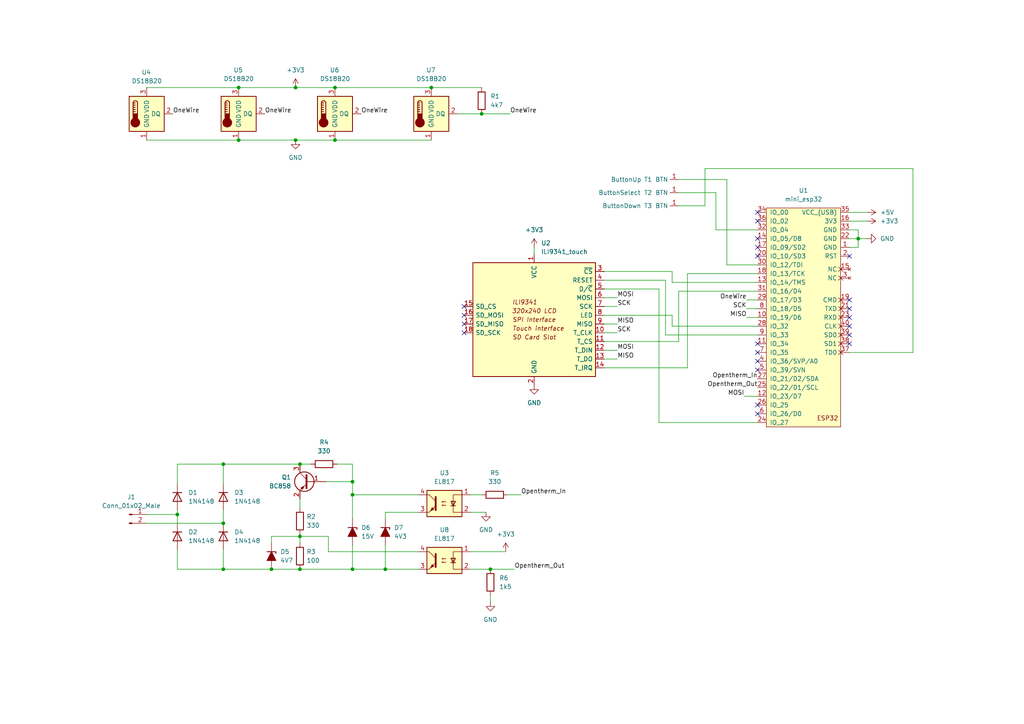
<source format=kicad_sch>
(kicad_sch (version 20211123) (generator eeschema)
  (paper "A4")
  (title_block (title "Thermostat cross connect PCB") (date "2022-01-05") (rev "V1") (comment 9 "HenkJan van der Pol"))
  (lib_symbols
    (symbol "Connector:Conn_01x02_Male" (pin_names (offset 1.016) hide)
      (property "Reference" "J" (at 0 2.54 0))
      (property "Value" "Conn_01x02_Male" (at 0 -5.08 0))
      (symbol "Conn_01x02_Male_1_1"
        (polyline (pts (xy 1.27 -2.54) (xy 0.8636 -2.54)) (stroke (width 0.1524)))
        (polyline (pts (xy 1.27 0) (xy 0.8636 0)) (stroke (width 0.1524)))
        (rectangle (start 0.8636 -2.413) (end 0 -2.667) (stroke (width 0.1524)) (fill (type outline)))
        (rectangle (start 0.8636 0.127) (end 0 -0.127) (stroke (width 0.1524)) (fill (type outline)))
        (pin passive line (at 5.08 0 180) (length 3.81) (name "Pin_1") (number "1"))
        (pin passive line (at 5.08 -2.54 180) (length 3.81) (name "Pin_2") (number "2"))
      )
    )
    (symbol "Device:D_Zener_Filled" (pin_numbers hide) (pin_names (offset 1.016) hide)
      (property "Reference" "D" (at 0 2.54 0))
      (property "Value" "D_Zener_Filled" (at 0 -2.54 0))
      (symbol "D_Zener_Filled_0_1"
        (polyline (pts (xy 1.27 0) (xy -1.27 0)))
        (polyline (pts (xy -1.27 -1.27) (xy -1.27 1.27) (xy -0.762 1.27)) (stroke (width 0.254)))
        (polyline (pts (xy 1.27 -1.27) (xy 1.27 1.27) (xy -1.27 0) (xy 1.27 -1.27)) (stroke (width 0.254)) (fill (type outline)))
      )
      (symbol "D_Zener_Filled_1_1"
        (pin passive line (at -3.81 0 0) (length 2.54) (name "K") (number "1"))
        (pin passive line (at 3.81 0 180) (length 2.54) (name "A") (number "2"))
      )
    )
    (symbol "Device:R" (pin_numbers hide) (pin_names (offset 0))
      (property "Reference" "R" (at 2.032 0 90))
      (property "Value" "R" (at 0 0 90))
      (symbol "R_0_1"
        (rectangle (start -1.016 -2.54) (end 1.016 2.54) (stroke (width 0.254)))
      )
      (symbol "R_1_1"
        (pin passive line (at 0 3.81 270) (length 1.27) (name "~") (number "1"))
        (pin passive line (at 0 -3.81 90) (length 1.27) (name "~") (number "2"))
      )
    )
    (symbol "Diode:1N4148" (pin_numbers hide) (pin_names (offset 1.016) hide)
      (property "Reference" "D" (at 0 2.54 0))
      (property "Value" "1N4148" (at 0 -2.54 0))
      (symbol "1N4148_0_1"
        (polyline (pts (xy -1.27 1.27) (xy -1.27 -1.27)) (stroke (width 0.254)))
        (polyline (pts (xy 1.27 0) (xy -1.27 0)))
        (polyline (pts (xy 1.27 1.27) (xy 1.27 -1.27) (xy -1.27 0) (xy 1.27 1.27)) (stroke (width 0.254)))
      )
      (symbol "1N4148_1_1"
        (pin passive line (at -3.81 0 0) (length 2.54) (name "K") (number "1"))
        (pin passive line (at 3.81 0 180) (length 2.54) (name "A") (number "2"))
      )
    )
    (symbol "ESP32_mini:mini_esp32" (pin_names (offset 1.016))
      (property "Reference" "U" (at -7.62 -50.8 0))
      (property "Value" "mini_esp32" (at 5.08 -59.69 0))
      (symbol "mini_esp32_0_0"
        (text "ESP32" (at 7.62 -62.23 0) (effects (font (size 1.27 1.27))))
        (pin power_in line (at 13.97 -12.7 180) (length 2.54) (name "GND") (number "1"))
        (pin input line (at 13.97 -15.24 180) (length 2.54) (name "RST") (number "2"))
        (pin no_connect non_logic (at 13.97 -21.59 180) (length 2.54) (name "NC") (number "3"))
        (pin bidirectional line (at -12.7 -45.72 0) (length 2.54) (name "IO_36/SVP/A0") (number "4"))
        (pin bidirectional line (at -12.7 -48.26 0) (length 2.54) (name "IO_39/SVN") (number "5"))
      )
      (symbol "mini_esp32_0_1"
        (rectangle (start -10.16 -1.27) (end 11.43 -64.77) (fill (type background)))
      )
      (symbol "mini_esp32_1_1"
        (pin bidirectional line (at -12.7 -33.02 0) (length 2.54) (name "IO_19/D6") (number "10"))
        (pin bidirectional line (at -12.7 -40.64 0) (length 2.54) (name "IO_34") (number "11"))
        (pin bidirectional line (at -12.7 -55.88 0) (length 2.54) (name "IO_23/D7") (number "12"))
        (pin bidirectional line (at -12.7 -22.86 0) (length 2.54) (name "IO_14/TMS") (number "13"))
        (pin bidirectional line (at -12.7 -10.16 0) (length 2.54) (name "IO_05/D8") (number "14"))
        (pin no_connect non_logic (at 13.97 -19.05 180) (length 2.54) (name "NC") (number "15"))
        (pin power_in line (at 13.97 -5.08 180) (length 2.54) (name "3V3") (number "16"))
        (pin bidirectional line (at -12.7 -12.7 0) (length 2.54) (name "IO_09/SD2") (number "17"))
        (pin bidirectional line (at -12.7 -20.32 0) (length 2.54) (name "IO_13/TCK") (number "18"))
        (pin passive non_logic (at 13.97 -27.94 180) (length 2.54) (name "CMD") (number "19"))
        (pin bidirectional line (at -12.7 -15.24 0) (length 2.54) (name "IO_10/SD3") (number "20"))
        (pin passive non_logic (at 13.97 -30.48 180) (length 2.54) (name "TXD") (number "21"))
        (pin power_in line (at 13.97 -10.16 180) (length 2.54) (name "GND") (number "22"))
        (pin passive non_logic (at 13.97 -33.02 180) (length 2.54) (name "RXD") (number "23"))
        (pin bidirectional line (at -12.7 -63.5 0) (length 2.54) (name "IO_27") (number "24"))
        (pin bidirectional line (at -12.7 -53.34 0) (length 2.54) (name "IO_22/D1/SCL") (number "25"))
        (pin bidirectional line (at -12.7 -58.42 0) (length 2.54) (name "IO_25") (number "26"))
        (pin bidirectional line (at -12.7 -50.8 0) (length 2.54) (name "IO_21/D2/SDA") (number "27"))
        (pin bidirectional line (at -12.7 -35.56 0) (length 2.54) (name "IO_32") (number "28"))
        (pin bidirectional line (at -12.7 -27.94 0) (length 2.54) (name "IO_17/D3") (number "29"))
        (pin bidirectional line (at -12.7 -17.78 0) (length 2.54) (name "IO_12/TDI") (number "30"))
        (pin bidirectional line (at -12.7 -25.4 0) (length 2.54) (name "IO_16/D4") (number "31"))
        (pin bidirectional line (at -12.7 -7.62 0) (length 2.54) (name "IO_04") (number "32"))
        (pin power_in line (at 13.97 -7.62 180) (length 2.54) (name "GND") (number "33"))
        (pin bidirectional line (at -12.7 -2.54 0) (length 2.54) (name "IO_00") (number "34"))
        (pin power_in line (at 13.97 -2.54 180) (length 2.54) (name "VCC_(USB)") (number "35"))
        (pin bidirectional line (at -12.7 -5.08 0) (length 2.54) (name "IO_02") (number "36"))
        (pin passive non_logic (at 13.97 -43.18 180) (length 2.54) (name "TD0") (number "37"))
        (pin passive non_logic (at 13.97 -40.64 180) (length 2.54) (name "SD1") (number "38"))
        (pin passive non_logic (at 13.97 -38.1 180) (length 2.54) (name "SD0") (number "39"))
        (pin passive non_logic (at 13.97 -35.56 180) (length 2.54) (name "CLK") (number "40"))
        (pin bidirectional line (at -12.7 -60.96 0) (length 2.54) (name "IO_26/D0") (number "6"))
        (pin bidirectional line (at -12.7 -43.18 0) (length 2.54) (name "IO_35") (number "7"))
        (pin bidirectional line (at -12.7 -30.48 0) (length 2.54) (name "IO_18/D5") (number "8"))
        (pin bidirectional line (at -12.7 -38.1 0) (length 2.54) (name "IO_33") (number "9"))
      )
    )
    (symbol "Isolator:EL817" (pin_names (offset 1.016))
      (property "Reference" "U" (at -5.08 5.08 0))
      (property "Value" "EL817" (at 0 5.08 0))
      (symbol "EL817_0_1"
        (rectangle (start -5.08 3.81) (end 5.08 -3.81) (stroke (width 0.254)) (fill (type background)))
        (polyline (pts (xy -3.175 -0.635) (xy -1.905 -0.635)) (stroke (width 0.254)))
        (polyline (pts (xy 2.54 0.635) (xy 4.445 2.54)))
        (polyline (pts (xy 4.445 -2.54) (xy 2.54 -0.635)) (fill (type outline)))
        (polyline (pts (xy 4.445 -2.54) (xy 5.08 -2.54)))
        (polyline (pts (xy 4.445 2.54) (xy 5.08 2.54)))
        (polyline (pts (xy -5.08 2.54) (xy -2.54 2.54) (xy -2.54 -0.635)))
        (polyline (pts (xy -2.54 -0.635) (xy -2.54 -2.54) (xy -5.08 -2.54)))
        (polyline (pts (xy 2.54 1.905) (xy 2.54 -1.905) (xy 2.54 -1.905)) (stroke (width 0.508)))
        (polyline (pts (xy -2.54 -0.635) (xy -3.175 0.635) (xy -1.905 0.635) (xy -2.54 -0.635)) (stroke (width 0.254)))
        (polyline (pts (xy -0.508 -0.508) (xy 0.762 -0.508) (xy 0.381 -0.635) (xy 0.381 -0.381) (xy 0.762 -0.508)))
        (polyline (pts (xy -0.508 0.508) (xy 0.762 0.508) (xy 0.381 0.381) (xy 0.381 0.635) (xy 0.762 0.508)))
        (polyline (pts (xy 3.048 -1.651) (xy 3.556 -1.143) (xy 4.064 -2.159) (xy 3.048 -1.651) (xy 3.048 -1.651)) (fill (type outline)))
      )
      (symbol "EL817_1_1"
        (pin passive line (at -7.62 2.54 0) (length 2.54) (name "~") (number "1"))
        (pin passive line (at -7.62 -2.54 0) (length 2.54) (name "~") (number "2"))
        (pin passive line (at 7.62 -2.54 180) (length 2.54) (name "~") (number "3"))
        (pin passive line (at 7.62 2.54 180) (length 2.54) (name "~") (number "4"))
      )
    )
    (symbol "Sensor_Temperature:DS18B20" (pin_names (offset 1.016))
      (property "Reference" "U" (at -3.81 6.35 0))
      (property "Value" "DS18B20" (at 6.35 6.35 0))
      (symbol "DS18B20_0_1"
        (rectangle (start -5.08 5.08) (end 5.08 -5.08) (stroke (width 0.254)) (fill (type background)))
        (circle (center -3.302 -2.54) (radius 1.27) (stroke (width 0.254)) (fill (type outline)))
        (rectangle (start -2.667 -1.905) (end -3.937 0) (stroke (width 0.254)) (fill (type outline)))
        (arc (start -2.667 3.175) (mid -3.302 3.81) (end -3.937 3.175) (stroke (width 0.254)))
        (polyline (pts (xy -3.937 0.635) (xy -3.302 0.635)) (stroke (width 0.254)))
        (polyline (pts (xy -3.937 1.27) (xy -3.302 1.27)) (stroke (width 0.254)))
        (polyline (pts (xy -3.937 1.905) (xy -3.302 1.905)) (stroke (width 0.254)))
        (polyline (pts (xy -3.937 2.54) (xy -3.302 2.54)) (stroke (width 0.254)))
        (polyline (pts (xy -3.937 3.175) (xy -3.937 0)) (stroke (width 0.254)))
        (polyline (pts (xy -3.937 3.175) (xy -3.302 3.175)) (stroke (width 0.254)))
        (polyline (pts (xy -2.667 3.175) (xy -2.667 0)) (stroke (width 0.254)))
      )
      (symbol "DS18B20_1_1"
        (pin power_in line (at 0 -7.62 90) (length 2.54) (name "GND") (number "1"))
        (pin bidirectional line (at 7.62 0 180) (length 2.54) (name "DQ") (number "2"))
        (pin power_in line (at 0 7.62 270) (length 2.54) (name "VDD") (number "3"))
      )
    )
    (symbol "Thermostat:ILI9341_touch" (pin_names (offset 0.762))
      (property "Reference" "U" (at -17.526 13.97 0))
      (property "Value" "ILI9341_touch" (at 3.81 17.78 0))
      (symbol "ILI9341_touch_0_0"
        (text "320x240 LCD" (at 0 2.54 0) (effects (font (size 1.27 1.27) italic)))
        (text "ILI9341" (at -6.35 5.08 0) (effects (font (size 1.27 1.27) italic) (justify left)))
        (text "SD Card Slot" (at -6.35 -5.08 0) (effects (font (size 1.27 1.27) italic) (justify left)))
        (text "SPI Interface" (at -6.35 0 0) (effects (font (size 1.27 1.27) italic) (justify left)))
        (text "Touch interface" (at -6.35 -2.54 0) (effects (font (size 1.27 1.27) italic) (justify left)))
      )
      (symbol "ILI9341_touch_0_1"
        (rectangle (start -17.78 16.51) (end 17.78 -16.51) (stroke (width 0.254)) (fill (type background)))
      )
      (symbol "ILI9341_touch_1_1"
        (pin power_in line (at 0 19.05 270) (length 2.54) (name "VCC") (number "1"))
        (pin input line (at 20.32 -3.81 180) (length 2.54) (name "T_CLK") (number "10"))
        (pin input line (at 20.32 -6.35 180) (length 2.54) (name "T_CS") (number "11"))
        (pin input line (at 20.32 -8.89 180) (length 2.54) (name "T_DIN") (number "12"))
        (pin input line (at 20.32 -11.43 180) (length 2.54) (name "T_DO") (number "13"))
        (pin input line (at 20.32 -13.97 180) (length 2.54) (name "T_IRQ") (number "14"))
        (pin input line (at -20.32 3.81 0) (length 2.54) (name "SD_CS") (number "15"))
        (pin input line (at -20.32 1.27 0) (length 2.54) (name "SD_MOSI") (number "16"))
        (pin input line (at -20.32 -1.27 0) (length 2.54) (name "SD_MISO") (number "17"))
        (pin input line (at -20.32 -3.81 0) (length 2.54) (name "SD_SCK") (number "18"))
        (pin power_in line (at 0 -19.05 90) (length 2.54) (name "GND") (number "2"))
        (pin input line (at 20.32 13.97 180) (length 2.54) (name "~{CS}") (number "3"))
        (pin input line (at 20.32 11.43 180) (length 2.54) (name "RESET") (number "4"))
        (pin input line (at 20.32 8.89 180) (length 2.54) (name "D/~{C}") (number "5"))
        (pin input line (at 20.32 6.35 180) (length 2.54) (name "MOSI") (number "6"))
        (pin input line (at 20.32 3.81 180) (length 2.54) (name "SCK") (number "7"))
        (pin input line (at 20.32 1.27 180) (length 2.54) (name "LED") (number "8"))
        (pin input line (at 20.32 -1.27 180) (length 2.54) (name "MISO") (number "9"))
      )
    )
    (symbol "Thermostat:Touchpin"
      (property "Reference" "T" (at 0 2.54 0))
      (property "Value" "Touchpin" (at 0 5.08 0))
      (symbol "Touchpin_1_1"
        (pin output line (at 0 0 0) (length 2.54) (name "BTN") (number "1"))
      )
    )
    (symbol "Transistor_BJT:BC858" (pin_names (offset 0) hide)
      (property "Reference" "Q" (at 5.08 1.905 0))
      (property "Value" "BC858" (at 5.08 0 0))
      (symbol "BC858_0_1"
        (polyline (pts (xy 0.635 0.635) (xy 2.54 2.54)))
        (polyline (pts (xy 0.635 -0.635) (xy 2.54 -2.54) (xy 2.54 -2.54)))
        (polyline (pts (xy 0.635 1.905) (xy 0.635 -1.905) (xy 0.635 -1.905)) (stroke (width 0.508)))
        (polyline (pts (xy 2.286 -1.778) (xy 1.778 -2.286) (xy 1.27 -1.27) (xy 2.286 -1.778) (xy 2.286 -1.778)) (fill (type outline)))
        (circle (center 1.27 0) (radius 2.8194) (stroke (width 0.254)))
      )
      (symbol "BC858_1_1"
        (pin input line (at -5.08 0 0) (length 5.715) (name "B") (number "1"))
        (pin passive line (at 2.54 -5.08 90) (length 2.54) (name "E") (number "2"))
        (pin passive line (at 2.54 5.08 270) (length 2.54) (name "C") (number "3"))
      )
    )
    (symbol "power:+3.3V" (power) (pin_names (offset 0))
      (property "Value" "+3.3V" (at 0 3.556 0))
      (symbol "+3.3V_0_1"
        (polyline (pts (xy -0.762 1.27) (xy 0 2.54)))
        (polyline (pts (xy 0 0) (xy 0 2.54)))
        (polyline (pts (xy 0 2.54) (xy 0.762 1.27)))
      )
      (symbol "+3.3V_1_1"
        (pin power_in line (at 0 0 90) (length 0) hide (name "+3V3") (number "1"))
      )
    )
    (symbol "power:+5V" (power) (pin_names (offset 0))
      (property "Value" "+5V" (at 0 3.556 0))
      (symbol "+5V_0_1"
        (polyline (pts (xy -0.762 1.27) (xy 0 2.54)))
        (polyline (pts (xy 0 0) (xy 0 2.54)))
        (polyline (pts (xy 0 2.54) (xy 0.762 1.27)))
      )
      (symbol "+5V_1_1"
        (pin power_in line (at 0 0 90) (length 0) hide (name "+5V") (number "1"))
      )
    )
    (symbol "power:GND" (power) (pin_names (offset 0))
      (property "Value" "GND" (at 0 -3.81 0))
      (symbol "GND_0_1"
        (polyline (pts (xy 0 0) (xy 0 -1.27) (xy 1.27 -1.27) (xy 0 -2.54) (xy -1.27 -1.27) (xy 0 -1.27)))
      )
      (symbol "GND_1_1"
        (pin power_in line (at 0 0 270) (length 0) hide (name "GND") (number "1"))
      )
    )
  )
  (junction (at 102.235 143.51))
  (junction (at 64.77 134.62))
  (junction (at 69.215 40.64))
  (junction (at 69.215 25.4))
  (junction (at 125.095 25.4))
  (junction (at 51.435 149.225))
  (junction (at 102.235 165.1))
  (junction (at 248.92 69.215))
  (junction (at 85.725 40.64))
  (junction (at 64.77 165.1))
  (junction (at 139.7 33.02))
  (junction (at 86.995 155.575))
  (junction (at 102.235 139.7))
  (junction (at 64.77 151.765))
  (junction (at 111.76 165.1))
  (junction (at 142.24 165.1))
  (junction (at 86.995 165.1))
  (junction (at 97.155 25.4))
  (junction (at 85.725 25.4))
  (junction (at 78.74 165.1))
  (junction (at 86.995 134.62))
  (junction (at 97.155 40.64))
  (no_connect (at 246.38 74.295))
  (no_connect (at 246.38 92.075))
  (no_connect (at 246.38 94.615))
  (no_connect (at 246.38 97.155))
  (no_connect (at 246.38 99.695))
  (no_connect (at 246.38 89.535))
  (no_connect (at 246.38 86.995))
  (no_connect (at 219.71 61.595))
  (no_connect (at 219.71 64.135))
  (no_connect (at 219.71 69.215))
  (no_connect (at 219.71 71.755))
  (no_connect (at 219.71 74.295))
  (no_connect (at 219.71 99.695))
  (no_connect (at 219.71 102.235))
  (no_connect (at 219.71 104.775))
  (no_connect (at 219.71 107.315))
  (no_connect (at 219.71 120.015))
  (no_connect (at 134.62 93.98))
  (no_connect (at 134.62 96.52))
  (no_connect (at 134.62 88.9))
  (no_connect (at 134.62 91.44))
  (no_connect (at 219.71 117.475))
  (wire (pts (xy 194.945 78.74) (xy 194.945 81.915)))
  (wire (pts (xy 199.39 106.68) (xy 199.39 79.375)))
  (wire (pts (xy 216.535 86.995) (xy 219.71 86.995)))
  (wire (pts (xy 51.435 165.1) (xy 64.77 165.1)))
  (wire (pts (xy 121.285 165.1) (xy 111.76 165.1)))
  (wire (pts (xy 175.26 104.14) (xy 179.07 104.14)))
  (wire (pts (xy 64.77 159.385) (xy 64.77 165.1)))
  (wire (pts (xy 97.155 40.64) (xy 125.095 40.64)))
  (wire (pts (xy 193.04 97.155) (xy 219.71 97.155)))
  (wire (pts (xy 246.38 71.755) (xy 248.92 71.755)))
  (wire (pts (xy 111.76 158.115) (xy 111.76 165.1)))
  (wire (pts (xy 175.26 106.68) (xy 199.39 106.68)))
  (wire (pts (xy 86.995 134.62) (xy 90.17 134.62)))
  (wire (pts (xy 95.25 160.02) (xy 121.285 160.02)))
  (wire (pts (xy 51.435 149.225) (xy 51.435 151.765)))
  (wire (pts (xy 246.38 61.595) (xy 251.46 61.595)))
  (wire (pts (xy 210.82 76.835) (xy 219.71 76.835)))
  (wire (pts (xy 175.26 83.82) (xy 191.135 83.82)))
  (wire (pts (xy 121.285 148.59) (xy 111.76 148.59)))
  (wire (pts (xy 264.795 48.895) (xy 204.47 48.895)))
  (wire (pts (xy 86.995 144.78) (xy 86.995 147.32)))
  (wire (pts (xy 216.535 92.075) (xy 219.71 92.075)))
  (wire (pts (xy 175.26 91.44) (xy 194.945 91.44)))
  (wire (pts (xy 175.26 101.6) (xy 179.07 101.6)))
  (wire (pts (xy 42.545 25.4) (xy 69.215 25.4)))
  (wire (pts (xy 196.85 59.69) (xy 204.47 59.69)))
  (wire (pts (xy 147.32 143.51) (xy 151.13 143.51)))
  (wire (pts (xy 175.26 93.98) (xy 179.07 93.98)))
  (wire (pts (xy 51.435 147.955) (xy 51.435 149.225)))
  (wire (pts (xy 194.945 81.915) (xy 219.71 81.915)))
  (wire (pts (xy 196.85 55.88) (xy 207.645 55.88)))
  (wire (pts (xy 175.26 88.9) (xy 179.07 88.9)))
  (wire (pts (xy 69.215 25.4) (xy 85.725 25.4)))
  (wire (pts (xy 132.715 33.02) (xy 139.7 33.02)))
  (wire (pts (xy 248.92 71.755) (xy 248.92 69.215)))
  (wire (pts (xy 111.76 148.59) (xy 111.76 150.495)))
  (wire (pts (xy 85.725 40.64) (xy 97.155 40.64)))
  (wire (pts (xy 175.26 99.06) (xy 196.85 99.06)))
  (wire (pts (xy 264.795 102.235) (xy 264.795 48.895)))
  (wire (pts (xy 136.525 160.02) (xy 146.685 160.02)))
  (wire (pts (xy 86.995 154.94) (xy 86.995 155.575)))
  (wire (pts (xy 248.92 66.675) (xy 248.92 69.215)))
  (wire (pts (xy 139.7 33.02) (xy 147.955 33.02)))
  (wire (pts (xy 215.9 114.935) (xy 219.71 114.935)))
  (wire (pts (xy 95.25 155.575) (xy 95.25 160.02)))
  (wire (pts (xy 175.26 86.36) (xy 179.07 86.36)))
  (wire (pts (xy 246.38 69.215) (xy 248.92 69.215)))
  (wire (pts (xy 207.645 55.88) (xy 207.645 66.675)))
  (wire (pts (xy 94.615 139.7) (xy 102.235 139.7)))
  (wire (pts (xy 111.76 165.1) (xy 102.235 165.1)))
  (wire (pts (xy 204.47 48.895) (xy 204.47 59.69)))
  (wire (pts (xy 154.94 71.755) (xy 154.94 73.66)))
  (wire (pts (xy 86.995 165.1) (xy 102.235 165.1)))
  (wire (pts (xy 142.24 165.1) (xy 149.225 165.1)))
  (wire (pts (xy 102.235 134.62) (xy 97.79 134.62)))
  (wire (pts (xy 196.85 52.07) (xy 210.82 52.07)))
  (wire (pts (xy 248.92 69.215) (xy 251.46 69.215)))
  (wire (pts (xy 136.525 143.51) (xy 139.7 143.51)))
  (wire (pts (xy 42.545 149.225) (xy 51.435 149.225)))
  (wire (pts (xy 194.945 91.44) (xy 194.945 94.615)))
  (wire (pts (xy 196.85 84.455) (xy 196.85 99.06)))
  (wire (pts (xy 175.26 96.52) (xy 179.07 96.52)))
  (wire (pts (xy 51.435 134.62) (xy 51.435 140.335)))
  (wire (pts (xy 199.39 79.375) (xy 219.71 79.375)))
  (wire (pts (xy 210.82 52.07) (xy 210.82 76.835)))
  (wire (pts (xy 64.77 165.1) (xy 78.74 165.1)))
  (wire (pts (xy 102.235 139.7) (xy 102.235 134.62)))
  (wire (pts (xy 64.77 134.62) (xy 86.995 134.62)))
  (wire (pts (xy 97.155 25.4) (xy 125.095 25.4)))
  (wire (pts (xy 246.38 66.675) (xy 248.92 66.675)))
  (wire (pts (xy 51.435 165.1) (xy 51.435 159.385)))
  (wire (pts (xy 102.235 158.115) (xy 102.235 165.1)))
  (wire (pts (xy 86.995 155.575) (xy 86.995 157.48)))
  (wire (pts (xy 136.525 165.1) (xy 142.24 165.1)))
  (wire (pts (xy 102.235 143.51) (xy 102.235 139.7)))
  (wire (pts (xy 42.545 151.765) (xy 64.77 151.765)))
  (wire (pts (xy 85.725 25.4) (xy 97.155 25.4)))
  (wire (pts (xy 69.215 40.64) (xy 85.725 40.64)))
  (wire (pts (xy 246.38 64.135) (xy 251.46 64.135)))
  (wire (pts (xy 102.235 143.51) (xy 102.235 150.495)))
  (wire (pts (xy 191.135 83.82) (xy 191.135 122.555)))
  (wire (pts (xy 191.135 122.555) (xy 219.71 122.555)))
  (wire (pts (xy 175.26 81.28) (xy 193.04 81.28)))
  (wire (pts (xy 175.26 78.74) (xy 194.945 78.74)))
  (wire (pts (xy 78.74 157.48) (xy 78.74 155.575)))
  (wire (pts (xy 64.77 147.955) (xy 64.77 151.765)))
  (wire (pts (xy 216.535 89.535) (xy 219.71 89.535)))
  (wire (pts (xy 136.525 148.59) (xy 140.97 148.59)))
  (wire (pts (xy 42.545 40.64) (xy 69.215 40.64)))
  (wire (pts (xy 125.095 25.4) (xy 139.7 25.4)))
  (wire (pts (xy 246.38 102.235) (xy 264.795 102.235)))
  (wire (pts (xy 207.645 66.675) (xy 219.71 66.675)))
  (wire (pts (xy 78.74 155.575) (xy 86.995 155.575)))
  (wire (pts (xy 196.85 84.455) (xy 219.71 84.455)))
  (wire (pts (xy 78.74 165.1) (xy 86.995 165.1)))
  (wire (pts (xy 51.435 134.62) (xy 64.77 134.62)))
  (wire (pts (xy 64.77 134.62) (xy 64.77 140.335)))
  (wire (pts (xy 219.71 94.615) (xy 194.945 94.615)))
  (wire (pts (xy 102.235 143.51) (xy 121.285 143.51)))
  (wire (pts (xy 87.63 155.575) (xy 95.25 155.575)))
  (wire (pts (xy 142.24 172.72) (xy 142.24 174.625)))
  (wire (pts (xy 193.04 81.28) (xy 193.04 97.155)))
  (label "Opentherm_Out" (at 219.71 112.395 180))
  (label "OneWire" (at 216.535 86.995 180))
  (label "OneWire" (at 50.165 33.02 0))
  (label "Opentherm_In" (at 151.13 143.51 0))
  (label "SCK" (at 179.07 96.52 0))
  (label "Opentherm_In" (at 219.71 109.855 180))
  (label "MISO" (at 179.07 93.98 0))
  (label "OneWire" (at 147.955 33.02 0))
  (label "OneWire" (at 104.775 33.02 0))
  (label "MOSI" (at 179.07 86.36 0))
  (label "MISO" (at 179.07 104.14 0))
  (label "Opentherm_Out" (at 149.225 165.1 0))
  (label "OneWire" (at 76.835 33.02 0))
  (label "MOSI" (at 215.9 114.935 180))
  (label "MOSI" (at 179.07 101.6 0))
  (label "SCK" (at 216.535 89.535 180))
  (label "MISO" (at 216.535 92.075 180))
  (label "SCK" (at 179.07 88.9 0))
  (symbol (lib_id "Device:D_Zener_Filled") (at 78.74 161.29 270) (unit 1)
    (property "Reference" "D5" (at 81.28 160.0199 90) (effects (justify left)))
    (property "Value" "4V7" (at 81.28 162.5599 90) (effects (justify left)))
  )
  (symbol (lib_id "Isolator:EL817") (at 128.905 146.05 0) (mirror y) (unit 1)
    (property "Reference" "U3" (at 128.905 137.16 0))
    (property "Value" "EL817" (at 128.905 139.7 0))
    (property "Footprint" "Package_DIP:DIP-4_W7.62mm" (effects hide))
    (property "Datasheet" "http://www.everlight.com/file/ProductFile/EL817.pdf" (effects hide))
  )
  (symbol (lib_id "Sensor_Temperature:DS18B20") (at 97.155 33.02 0) (unit 1)
    (property "Reference" "U6" (at 98.425 20.32 0) (effects (justify right)))
    (property "Value" "DS18B20" (at 101.6 22.86 0) (effects (justify right)))
    (property "Footprint" "Thermostat:DS18B20" (effects hide))
    (property "Datasheet" "http://datasheets.maximintegrated.com/en/ds/DS18B20.pdf" (effects hide))
  )
  (symbol (lib_id "Device:D_Zener_Filled") (at 102.235 154.305 270) (unit 1)
    (property "Reference" "D6" (at 104.775 153.0349 90) (effects (justify left)))
    (property "Value" "15V" (at 104.775 155.5749 90) (effects (justify left)))
  )
  (symbol (lib_id "Isolator:EL817") (at 128.905 162.56 0) (mirror y) (unit 1)
    (property "Reference" "U8" (at 128.905 153.67 0))
    (property "Value" "EL817" (at 128.905 156.21 0))
    (property "Footprint" "Package_DIP:DIP-4_W7.62mm" (effects hide))
    (property "Datasheet" "http://www.everlight.com/file/ProductFile/EL817.pdf" (effects hide))
  )
  (symbol (lib_id "Device:R") (at 86.995 151.13 180) (unit 1)
    (property "Reference" "R2" (at 88.9 149.8599 0) (effects (justify right)))
    (property "Value" "330" (at 88.9 152.3999 0) (effects (justify right)))
  )
  (symbol (lib_id "power:+3.3V") (at 85.725 25.4 0) (unit 1)
    (property "Reference" "#PWR06" (effects hide))
    (property "Value" "+3.3V" (at 85.725 20.32 0))
  )
  (symbol (lib_id "Diode:1N4148") (at 64.77 144.145 270) (unit 1)
    (property "Reference" "D3" (at 67.945 142.8749 90) (effects (justify left)))
    (property "Value" "1N4148" (at 67.945 145.4149 90) (effects (justify left)))
    (property "Footprint" "Diode_THT:D_DO-35_SOD27_P7.62mm_Horizontal" (effects hide))
    (property "Datasheet" "https://assets.nexperia.com/documents/data-sheet/1N4148_1N4448.pdf" (effects hide))
  )
  (symbol (lib_id "Device:R") (at 143.51 143.51 90) (unit 1)
    (property "Reference" "R5" (at 143.51 137.16 90))
    (property "Value" "330" (at 143.51 139.7 90))
  )
  (symbol (lib_id "Device:R") (at 93.98 134.62 90) (unit 1)
    (property "Reference" "R4" (at 93.98 128.27 90))
    (property "Value" "330" (at 93.98 130.81 90))
  )
  (symbol (lib_id "Device:D_Zener_Filled") (at 111.76 154.305 270) (unit 1)
    (property "Reference" "D7" (at 114.3 153.0349 90) (effects (justify left)))
    (property "Value" "4V3" (at 114.3 155.5749 90) (effects (justify left)))
  )
  (symbol (lib_id "ESP32_mini:mini_esp32") (at 232.41 59.055 0) (unit 1)
    (property "Reference" "U1" (at 233.045 55.245 0))
    (property "Value" "mini_esp32" (at 233.045 57.785 0))
    (property "Footprint" "ESP32_mini:ESP32_mini" (effects hide))
  )
  (symbol (lib_id "Sensor_Temperature:DS18B20") (at 42.545 33.02 0) (unit 1)
    (property "Reference" "U4" (at 43.815 20.955 0) (effects (justify right)))
    (property "Value" "DS18B20" (at 46.99 23.495 0) (effects (justify right)))
    (property "Footprint" "Thermostat:DS18B20" (effects hide))
    (property "Datasheet" "http://datasheets.maximintegrated.com/en/ds/DS18B20.pdf" (effects hide))
  )
  (symbol (lib_id "Thermostat:Touchpin") (at 196.85 55.88 180) (unit 1)
    (property "Reference" "T2" (at 187.96 55.88 0))
    (property "Value" "ButtonSelect" (at 179.705 55.88 0))
    (property "Footprint" "Thermostat:TouchPin" (effects hide))
  )
  (symbol (lib_id "power:+3.3V") (at 146.685 160.02 0) (unit 1)
    (property "Reference" "#PWR05" (effects hide))
    (property "Value" "+3.3V" (at 146.685 154.94 0))
  )
  (symbol (lib_id "Device:R") (at 139.7 29.21 0) (unit 1)
    (property "Reference" "R1" (at 142.24 27.9399 0) (effects (justify left)))
    (property "Value" "4k7" (at 142.24 30.4799 0) (effects (justify left)))
    (property "Footprint" "Thermostat:Resistor" (effects hide))
  )
  (symbol (lib_id "Diode:1N4148") (at 64.77 155.575 270) (unit 1)
    (property "Reference" "D4" (at 67.945 154.3049 90) (effects (justify left)))
    (property "Value" "1N4148" (at 67.945 156.8449 90) (effects (justify left)))
    (property "Footprint" "Diode_THT:D_DO-35_SOD27_P7.62mm_Horizontal" (effects hide))
    (property "Datasheet" "https://assets.nexperia.com/documents/data-sheet/1N4148_1N4448.pdf" (effects hide))
  )
  (symbol (lib_id "Connector:Conn_01x02_Male") (at 37.465 149.225 0) (unit 1)
    (property "Reference" "J1" (at 38.1 144.145 0))
    (property "Value" "Conn_01x02_Male" (at 38.1 146.685 0))
  )
  (symbol (lib_id "power:GND") (at 251.46 69.215 90) (unit 1)
    (property "Reference" "#PWR010" (effects hide))
    (property "Value" "GND" (at 255.27 69.2149 90) (effects (justify right)))
  )
  (symbol (lib_id "power:+5V") (at 251.46 61.595 270) (unit 1)
    (property "Reference" "#PWR08" (effects hide))
    (property "Value" "+5V" (at 255.27 61.5949 90) (effects (justify left)))
  )
  (symbol (lib_id "power:+3.3V") (at 154.94 71.755 0) (unit 1)
    (property "Reference" "#PWR03" (effects hide))
    (property "Value" "+3.3V" (at 154.94 66.675 0))
  )
  (symbol (lib_id "Device:R") (at 142.24 168.91 180) (unit 1)
    (property "Reference" "R6" (at 144.78 167.6399 0) (effects (justify right)))
    (property "Value" "1k5" (at 144.78 170.1799 0) (effects (justify right)))
  )
  (symbol (lib_id "power:GND") (at 140.97 148.59 0) (unit 1)
    (property "Reference" "#PWR01" (effects hide))
    (property "Value" "GND" (at 140.97 153.67 0))
  )
  (symbol (lib_id "Diode:1N4148") (at 51.435 155.575 270) (unit 1)
    (property "Reference" "D2" (at 54.61 154.3049 90) (effects (justify left)))
    (property "Value" "1N4148" (at 54.61 156.8449 90) (effects (justify left)))
    (property "Footprint" "Diode_THT:D_DO-35_SOD27_P7.62mm_Horizontal" (effects hide))
    (property "Datasheet" "https://assets.nexperia.com/documents/data-sheet/1N4148_1N4448.pdf" (effects hide))
  )
  (symbol (lib_id "power:+3.3V") (at 251.46 64.135 270) (unit 1)
    (property "Reference" "#PWR09" (effects hide))
    (property "Value" "+3.3V" (at 255.27 64.1349 90) (effects (justify left)))
  )
  (symbol (lib_id "Diode:1N4148") (at 51.435 144.145 270) (unit 1)
    (property "Reference" "D1" (at 54.61 142.8749 90) (effects (justify left)))
    (property "Value" "1N4148" (at 54.61 145.4149 90) (effects (justify left)))
    (property "Footprint" "Diode_THT:D_DO-35_SOD27_P7.62mm_Horizontal" (effects hide))
    (property "Datasheet" "https://assets.nexperia.com/documents/data-sheet/1N4148_1N4448.pdf" (effects hide))
  )
  (symbol (lib_id "Transistor_BJT:BC858") (at 89.535 139.7 0) (mirror y) (unit 1)
    (property "Reference" "Q1" (at 84.455 138.4299 0) (effects (justify left)))
    (property "Value" "BC858" (at 84.455 140.9699 0) (effects (justify left)))
    (property "Footprint" "Package_TO_SOT_SMD:SOT-23" (effects hide))
    (property "Datasheet" "https://www.onsemi.com/pub/Collateral/BC860-D.pdf" (effects hide))
  )
  (symbol (lib_id "Device:R") (at 86.995 161.29 180) (unit 1)
    (property "Reference" "R3" (at 88.9 160.0199 0) (effects (justify right)))
    (property "Value" "100" (at 88.9 162.5599 0) (effects (justify right)))
  )
  (symbol (lib_id "power:GND") (at 142.24 174.625 0) (unit 1)
    (property "Reference" "#PWR02" (effects hide))
    (property "Value" "GND" (at 142.24 179.705 0))
  )
  (symbol (lib_id "power:GND") (at 154.94 111.76 0) (unit 1)
    (property "Reference" "#PWR04" (effects hide))
    (property "Value" "GND" (at 154.94 116.84 0))
  )
  (symbol (lib_id "power:GND") (at 85.725 40.64 0) (unit 1)
    (property "Reference" "#PWR07" (effects hide))
    (property "Value" "GND" (at 85.725 45.72 0))
  )
  (symbol (lib_id "Thermostat:Touchpin") (at 196.85 52.07 180) (unit 1)
    (property "Reference" "T1" (at 187.96 52.07 0))
    (property "Value" "ButtonUp" (at 181.61 52.07 0))
    (property "Footprint" "Thermostat:TouchPin" (effects hide))
  )
  (symbol (lib_id "Sensor_Temperature:DS18B20") (at 69.215 33.02 0) (unit 1)
    (property "Reference" "U5" (at 70.485 20.32 0) (effects (justify right)))
    (property "Value" "DS18B20" (at 73.66 22.86 0) (effects (justify right)))
    (property "Footprint" "Thermostat:DS18B20" (effects hide))
    (property "Datasheet" "http://datasheets.maximintegrated.com/en/ds/DS18B20.pdf" (effects hide))
  )
  (symbol (lib_id "Thermostat:Touchpin") (at 196.85 59.69 180) (unit 1)
    (property "Reference" "T3" (at 187.96 59.69 0))
    (property "Value" "ButtonDown" (at 180.34 59.69 0))
    (property "Footprint" "Thermostat:TouchPin" (effects hide))
  )
  (symbol (lib_id "Thermostat:ILI9341_touch") (at 154.94 92.71 0) (unit 1)
    (property "Reference" "U2" (at 156.9594 70.485 0) (effects (justify left)))
    (property "Value" "ILI9341_touch" (at 156.9594 73.025 0) (effects (justify left)))
    (property "Footprint" "Thermostat:ILI9341" (effects hide))
    (property "Datasheet" "http://pan.baidu.com/s/11Y990" (effects hide))
  )
  (symbol (lib_id "Sensor_Temperature:DS18B20") (at 125.095 33.02 0) (unit 1)
    (property "Reference" "U7" (at 126.365 20.32 0) (effects (justify right)))
    (property "Value" "DS18B20" (at 129.54 22.86 0) (effects (justify right)))
    (property "Footprint" "Thermostat:DS18B20" (effects hide))
    (property "Datasheet" "http://datasheets.maximintegrated.com/en/ds/DS18B20.pdf" (effects hide))
  )
)
</source>
